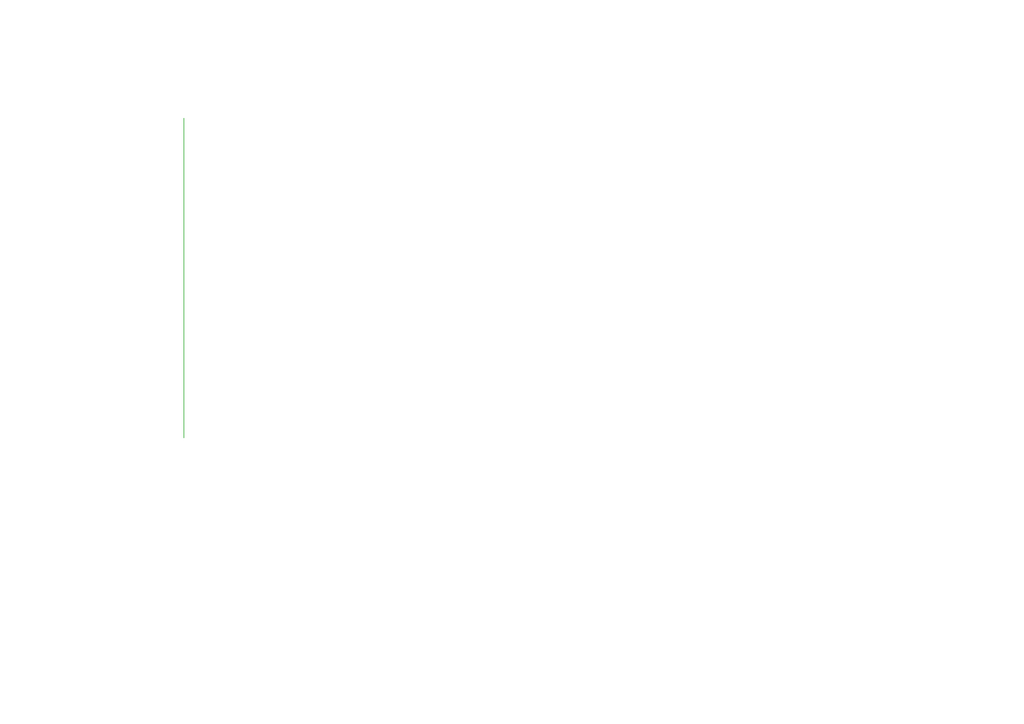
<source format=kicad_sch>
(kicad_sch (version 20211123) (generator eeschema)
  (paper "A4")
  (lib_symbols)
  (wire (pts (xy 53.34 34.29) (xy 53.34 127)))
)
</source>
